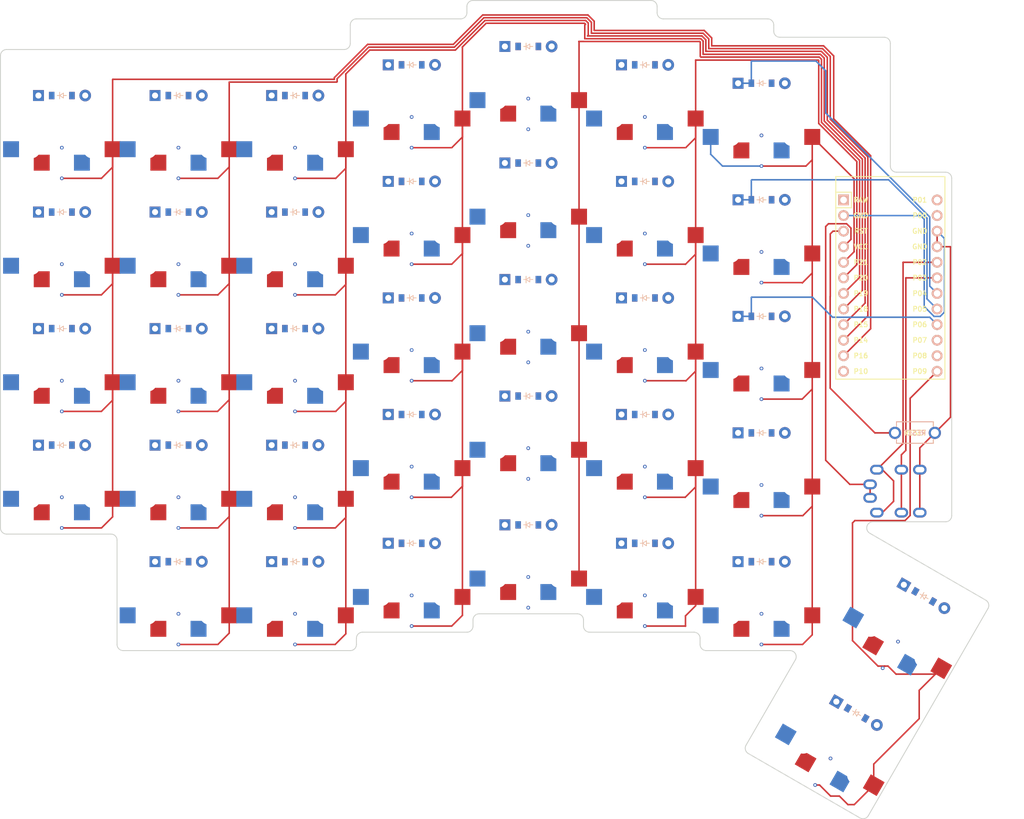
<source format=kicad_pcb>
(kicad_pcb (version 20211014) (generator pcbnew)
  (title_block (title "main") (rev "v1.0.0") (company "Unknown"))
  (layers (0 "F.Cu" signal) (31 "B.Cu" signal) (34 "B.Paste" user) (35 "F.Paste" user) (36 "B.SilkS" user "B.Silkscreen") (37 "F.SilkS" user "F.Silkscreen") (38 "B.Mask" user) (39 "F.Mask" user) (44 "Edge.Cuts" user))
  (net 0 "")
  (net 1 "macro_bottom")
  (net 2 "P7")
  (net 3 "P16")
  (net 4 "macro_home")
  (net 5 "P6")
  (net 6 "macro_top")
  (net 7 "P5")
  (net 8 "macro_numbers")
  (net 9 "P4")
  (net 10 "command_bottom")
  (net 11 "P14")
  (net 12 "command_home")
  (net 13 "command_top")
  (net 14 "command_numbers")
  (net 15 "pinky_bottom")
  (net 16 "P15")
  (net 17 "pinky_home")
  (net 18 "pinky_top")
  (net 19 "pinky_numbers")
  (net 20 "ring_bottom")
  (net 21 "P18")
  (net 22 "ring_home")
  (net 23 "ring_top")
  (net 24 "ring_numbers")
  (net 25 "middle_bottom")
  (net 26 "P19")
  (net 27 "middle_home")
  (net 28 "middle_top")
  (net 29 "middle_numbers")
  (net 30 "index_bottom")
  (net 31 "P20")
  (net 32 "index_home")
  (net 33 "index_top")
  (net 34 "index_numbers")
  (net 35 "inner_bottom")
  (net 36 "P21")
  (net 37 "inner_home")
  (net 38 "inner_top")
  (net 39 "inner_numbers")
  (net 40 "index_thumb")
  (net 41 "P8")
  (net 42 "inner_thumb")
  (net 43 "far_thumb")
  (net 44 "P9")
  (net 45 "near_thumb")
  (net 46 "P10")
  (net 47 "ctrl_thumb")
  (net 48 "meta_thumb")
  (net 49 "alt_thumb")
  (net 50 "fn_thumb")
  (net 51 "RAW")
  (net 52 "GND")
  (net 53 "RST")
  (net 54 "VCC")
  (net 55 "P1")
  (net 56 "P0")
  (net 57 "P2")
  (net 58 "P3")
  (footprint "VIA-0.6mm" (layer "F.Cu") (at 76 -4.5)
    (fp_text reference "REF**" hide)
    (fp_text value "VIA-0.6mm" hide)
  )
  (footprint "ComboDiode" (layer "F.Cu") (at 95 -10)
    (fp_text reference "D21" hide)
    (fp_text value "" hide)
  )
  (footprint "ComboDiode" (layer "F.Cu") (at 129.5 38.722432 -30)
    (fp_text reference "D32" hide)
    (fp_text value "" hide)
  )
  (footprint "VIA-0.6mm" (layer "F.Cu") (at 19 -10.5)
    (fp_text reference "REF**" hide)
    (fp_text value "VIA-0.6mm" hide)
  )
  (footprint "VIA-0.6mm" (layer "F.Cu") (at 19 -15.5)
    (fp_text reference "REF**" hide)
    (fp_text value "VIA-0.6mm" hide)
  )
  (footprint "VIA-0.6mm" (layer "F.Cu") (at 57 -34.5)
    (fp_text reference "REF**" hide)
    (fp_text value "VIA-0.6mm" hide)
  )
  (footprint "PG1350" (layer "F.Cu") (at 38 -19 180)
    (fp_text reference "S10" hide)
    (fp_text value "" hide)
  )
  (footprint "VIA-0.6mm" (layer "F.Cu") (at 76 -18.5)
    (fp_text reference "REF**" hide)
    (fp_text value "VIA-0.6mm" hide)
  )
  (footprint "VIA-0.6mm" (layer "F.Cu") (at 122.75 50.413775 -30)
    (fp_text reference "REF**" hide)
    (fp_text value "VIA-0.6mm" hide)
  )
  (footprint "VIA-0.6mm" (layer "F.Cu") (at 38 -29.5)
    (fp_text reference "REF**" hide)
    (fp_text value "VIA-0.6mm" hide)
  )
  (footprint "VIA-0.6mm" (layer "F.Cu") (at 57 -39.5)
    (fp_text reference "REF**" hide)
    (fp_text value "VIA-0.6mm" hide)
  )
  (footprint "PG1350" (layer "F.Cu") (at 57 -5 180)
    (fp_text reference "S13" hide)
    (fp_text value "" hide)
  )
  (footprint "ComboDiode" (layer "F.Cu") (at 19 -43)
    (fp_text reference "D7" hide)
    (fp_text value "" hide)
  )
  (footprint "ComboDiode" (layer "F.Cu") (at 57 -48)
    (fp_text reference "D15" hide)
    (fp_text value "" hide)
  )
  (footprint "VIA-0.6mm" (layer "F.Cu") (at 57 19.5)
    (fp_text reference "REF**" hide)
    (fp_text value "VIA-0.6mm" hide)
  )
  (footprint "ComboDiode" (layer "F.Cu") (at 19 -62)
    (fp_text reference "D8" hide)
    (fp_text value "" hide)
  )
  (footprint "ComboDiode" (layer "F.Cu") (at 38 -5)
    (fp_text reference "D9" hide)
    (fp_text value "" hide)
  )
  (footprint "PG1350" (layer "F.Cu") (at 138 24 150)
    (fp_text reference "S31" hide)
    (fp_text value "" hide)
  )
  (footprint "PG1350" (layer "F.Cu") (at 19 19 180)
    (fp_text reference "S33" hide)
    (fp_text value "" hide)
  )
  (footprint "PG1350" (layer "F.Cu") (at 76 -65 180)
    (fp_text reference "S20" hide)
    (fp_text value "" hide)
  )
  (footprint "VIA-0.6mm" (layer "F.Cu") (at 19 22.5)
    (fp_text reference "REF**" hide)
    (fp_text value "VIA-0.6mm" hide)
  )
  (footprint "ComboDiode" (layer "F.Cu") (at 76 8)
    (fp_text reference "D36" hide)
    (fp_text value "" hide)
  )
  (footprint "VIA-0.6mm" (layer "F.Cu") (at 0 -34.5)
    (fp_text reference "REF**" hide)
    (fp_text value "VIA-0.6mm" hide)
  )
  (footprint "PG1350" (layer "F.Cu") (at 38 -38 180)
    (fp_text reference "S11" hide)
    (fp_text value "" hide)
  )
  (footprint "PG1350" (layer "F.Cu") (at 38 19 180)
    (fp_text reference "S34" hide)
    (fp_text value "" hide)
  )
  (footprint "VIA-0.6mm" (layer "F.Cu") (at 114 27.5)
    (fp_text reference "REF**" hide)
    (fp_text value "VIA-0.6mm" hide)
  )
  (footprint "ComboDiode" (layer "F.Cu") (at 95 -67)
    (fp_text reference "D24" hide)
    (fp_text value "" hide)
  )
  (footprint "VIA-0.6mm" (layer "F.Cu") (at 38 -48.5)
    (fp_text reference "REF**" hide)
    (fp_text value "VIA-0.6mm" hide)
  )
  (footprint "VIA-0.6mm" (layer "F.Cu") (at 19 -34.5)
    (fp_text reference "REF**" hide)
    (fp_text value "VIA-0.6mm" hide)
  )
  (footprint "VIA-0.6mm" (layer "F.Cu") (at 19 3.5)
    (fp_text reference "REF**" hide)
    (fp_text value "VIA-0.6mm" hide)
  )
  (footprint "PG1350" (layer "F.Cu") (at 0 -19 180)
    (fp_text reference "S2" hide)
    (fp_text value "" hide)
  )
  (footprint "VIA-0.6mm" (layer "F.Cu") (at 114 -55.5)
    (fp_text reference "REF**" hide)
    (fp_text value "VIA-0.6mm" hide)
  )
  (footprint "VIA-0.6mm" (layer "F.Cu") (at 95 3.5)
    (fp_text reference "REF**" hide)
    (fp_text value "VIA-0.6mm" hide)
  )
  (footprint "PG1350" (layer "F.Cu") (at 95 -62 180)
    (fp_text reference "S24" hide)
    (fp_text value "" hide)
  )
  (footprint "VIA-0.6mm" (layer "F.Cu") (at 0 -10.5)
    (fp_text reference "REF**" hide)
    (fp_text value "VIA-0.6mm" hide)
  )
  (footprint "PG1350" (layer "F.Cu") (at 114 -21 180)
    (fp_text reference "S26" hide)
    (fp_text value "" hide)
  )
  (footprint "VIA-0.6mm" (layer "F.Cu") (at 19 -48.5)
    (fp_text reference "REF**" hide)
    (fp_text value "VIA-0.6mm" hide)
  )
  (footprint "PG1350" (layer "F.Cu") (at 0 -38 180)
    (fp_text reference "S3" hide)
    (fp_text value "" hide)
  )
  (footprint "VIA-0.6mm" (layer "F.Cu") (at 0 8.5)
    (fp_text reference "REF**" hide)
    (fp_text value "VIA-0.6mm" hide)
  )
  (footprint "PG1350" (layer "F.Cu") (at 19 -57 180)
    (fp_text reference "S8" hide)
    (fp_text value "" hide)
  )
  (footprint "ComboDiode" (layer "F.Cu") (at 38 -43)
    (fp_text reference "D11" hide)
    (fp_text value "" hide)
  )
  (footprint "VIA-0.6mm" (layer "F.Cu") (at 76 -42.5)
    (fp_text reference "REF**" hide)
    (fp_text value "VIA-0.6mm" hide)
  )
  (footprint "PG1350" (layer "F.Cu") (at 19 0 180)
    (fp_text reference "S5" hide)
    (fp_text value "" hide)
  )
  (footprint "VIA-0.6mm" (layer "F.Cu") (at 57 -1.5)
    (fp_text reference "REF**" hide)
    (fp_text value "VIA-0.6mm" hide)
  )
  (footprint "VIA-0.6mm" (layer "F.Cu") (at 114 -12.5)
    (fp_text reference "REF**" hide)
    (fp_text value "VIA-0.6mm" hide)
  )
  (footprint "VIA-0.6mm" (layer "F.Cu") (at 38 -10.5)
    (fp_text reference "REF**" hide)
    (fp_text value "VIA-0.6mm" hide)
  )
  (footprint "PG1350" (layer "F.Cu") (at 38 0 180)
    (fp_text reference "S9" hide)
    (fp_text value "" hide)
  )
  (footprint "PG1350" (layer "F.Cu") (at 76 -8 180)
    (fp_text reference "S17" hide)
    (fp_text value "" hide)
  )
  (footprint "ComboDiode" (layer "F.Cu") (at 57 -10)
    (fp_text reference "D13" hide)
    (fp_text value "" hide)
  )
  (footprint "PG1350" (layer "F.Cu") (at 114 -2 180)
    (fp_text reference "S25" hide)
    (fp_text value "" hide)
  )
  (footprint "VIA-0.6mm" (layer "F.Cu") (at 114 -36.5)
    (fp_text reference "REF**" hide)
    (fp_text value "VIA-0.6mm" hide)
  )
  (footprint "VIA-0.6mm" (layer "F.Cu") (at 57 -20.5)
    (fp_text reference "REF**" hide)
    (fp_text value "VIA-0.6mm" hide)
  )
  (footprint "VIA-0.6mm" (layer "F.Cu") (at 125.25 46.083648 -30)
    (fp_text reference "REF**" hide)
    (fp_text value "VIA-0.6mm" hide)
  )
  (footprint "PG1350" (layer "F.Cu") (at 114 -40 180)
    (fp_text reference "S27" hide)
    (fp_text value "" hide)
  )
  (footprint "ComboDiode" (layer "F.Cu") (at 114 14)
    (fp_text reference "D30" hide)
    (fp_text value "" hide)
  )
  (footprint "PG1350" (layer "F.Cu") (at 76 -46 180)
    (fp_text reference "S19" hide)
    (fp_text value "" hide)
  )
  (footprint "ComboDiode" (layer "F.Cu") (at 57 11)
    (fp_text reference "D35" hide)
    (fp_text value "" hide)
  )
  (footprint "ProMicro" (layer "F.Cu") (at 135 -31 -90)
    (fp_text reference "MCU1" hide)
    (fp_text value "" hide)
  )
  (footprint "PG1350" (layer "F.Cu") (at 76 13 180)
    (fp_text reference "S36" hide)
    (fp_text value "" hide)
  )
  (footprint "ComboDiode" (layer "F.Cu") (at 76 -13)
    (fp_text reference "D17" hide)
    (fp_text value "" hide)
  )
  (footprint "VIA-0.6mm" (layer "F.Cu") (at 95 -53.5)
    (fp_text reference "REF**" hide)
    (fp_text value "VIA-0.6mm" hide)
  )
  (footprint "VIA-0.6mm" (layer "F.Cu") (at 38 3.5)
    (fp_text reference "REF**" hide)
    (fp_text value "VIA-0.6mm" hide)
  )
  (footprint "VIA-0.6mm" (layer "F.Cu") (at 19 27.5)
    (fp_text reference "REF**" hide)
    (fp_text value "VIA-0.6mm" hide)
  )
  (footprint "ComboDiode" (layer "F.Cu") (at 0 -24)
    (fp_text reference "D2" hide)
    (fp_text value "" hide)
  )
  (footprint "VIA-0.6mm" (layer "F.Cu") (at 57 24.5)
    (fp_text reference "REF**" hide)
    (fp_text value "VIA-0.6mm" hide)
  )
  (footprint "VIA-0.6mm" (layer "F.Cu") (at 76 -56.5)
    (fp_text reference "REF**" hide)
    (fp_text value "VIA-0.6mm" hide)
  )
  (footprint "VIA-0.6mm" (layer "F.Cu") (at 114 -17.5)
    (fp_text reference "REF**" hide)
    (fp_text value "VIA-0.6mm" hide)
  )
  (footprint "VIA-0.6mm" (layer "F.Cu") (at 0 3.5)
    (fp_text reference "REF**" hide)
    (fp_text value "VIA-0.6mm" hide)
  )
  (footprint "PG1350" (layer "F.Cu") (at 19 -19 180)
    (fp_text reference "S6" hide)
    (fp_text value "" hide)
  )
  (footprint "ComboDiode" (layer "F.Cu") (at 0 -43)
    (fp_text reference "D3" hide)
    (fp_text value "" hide)
  )
  (footprint "PG1350" (layer "F.Cu") (at 95 -24 180)
    (fp_text reference "S22" hide)
    (fp_text value "" hide)
  )
  (footprint "VIA-0.6mm" (layer "F.Cu") (at 57 -53.5)
    (fp_text reference "REF**" hide)
    (fp_text value "VIA-0.6mm" hide)
  )
  (footprint "PG1350" (layer "F.Cu") (at 57 -62 180)
    (fp_text reference "S16" hide)
    (fp_text value "" hide)
  )
  (footprint "PG1350" (layer "F.Cu") (at 95 16 180)
    (fp_text reference "S29" hide)
    (fp_text value "" hide)
  )
  (footprint "ComboDiode" (layer "F.Cu") (at 0 -62)
    (fp_text reference "D4" hide)
    (fp_text value "" hide)
  )
  (footprint "TACT_SWITCH_TVBP06" (layer "F.Cu") (at 139 -7)
    (fp_text reference "B1" hide)
    (fp_text value "SW_RST" hide)
  )
  (footprint "PG1350" (layer "F.Cu") (at 57 16 180)
    (fp_text reference "S35" hide)
    (fp_text value "" hide)
  )
  (footprint "VIA-0.6mm" (layer "F.Cu") (at 0 -48.5)
    (fp_text reference "REF**" hide)
    (fp_text value "VIA-0.6mm" hide)
  )
  (footprint "VIA-0.6mm" (layer "F.Cu") (at 95 -1.5)
    (fp_text reference "REF**" hide)
    (fp_text value "VIA-0.6mm" hide)
  )
  (footprint "VIA-0.6mm" (layer "F.Cu") (at 76 21.5)
    (fp_text reference "REF**" hide)
    (fp_text value "VIA-0.6mm" hide)
  )
  (footprint "VIA-0.6mm" (layer "F.Cu") (at 95 -15.5)
    (fp_text reference "REF**" hide)
    (fp_text value "VIA-0.6mm" hide)
  )
  (footprint "VIA-0.6mm" (layer "F.Cu") (at 0 -15.5)
    (fp_text reference "REF**" hide)
    (fp_text value "VIA-0.6mm" hide)
  )
  (footprint "PG1350" (layer "F.Cu") (at 57 -24 180)
    (fp_text reference "S14" hide)
    (fp_text value "" hide)
  )
  (footprint "VIA-0.6mm" (layer "F.Cu") (at 95 19.5)
    (fp_text reference "REF**" hide)
    (fp_text value "VIA-0.6mm" hide)
  )
  (footprint "VIA-0.6mm" (layer "F.Cu") (at 38 -53.5)
    (fp_text reference "REF**" hide)
    (fp_text value "VIA-0.6mm" hide)
  )
  (footprint "VIA-0.6mm" (layer "F.Cu") (at 0 -53.5)
    (fp_text reference "REF**" hide)
    (fp_text value "VIA-0.6mm" hide)
  )
  (footprint "VIA-0.6mm" (layer "F.Cu") (at 76 -23.5)
    (fp_text reference "REF**" hide)
    (fp_text value "VIA-0.6mm" hide)
  )
  (footprint "ComboDiode" (layer "F.Cu") (at 38 14)
    (fp_text reference "D34" hide)
    (fp_text value "" hide)
  )
  (footprint "VIA-0.6mm" (layer "F.Cu") (at 133.75 31.361216 -30)
    (fp_text reference "REF**" hide)
    (fp_text value "VIA-0.6mm" hide)
  )
  (footprint "ComboDiode" (layer "F.Cu") (at 114 -26)
    (fp_text reference "D26" hide)
    (fp_text value "" hide)
  )
  (footprint "VIA-0.6mm" (layer "F.Cu") (at 114 -50.5)
    (fp_text reference "REF**" hide)
    (fp_text value "VIA-0.6mm" hide)
  )
  (footprint "ComboDiode" (layer "F.Cu") (at 57 -29)
    (fp_text reference "D14" hide)
    (fp_text value "" hide)
  )
  (footprint "PG1350" (layer "F.Cu") (at 0 0 180)
    (fp_text reference "S1" hide)
    (fp_text value "" hide)
  )
  (footprint "PG1350" (layer "F.Cu") (at 76 -27 180)
    (fp_text reference "S18" hide)
    (fp_text value "" hide)
  )
  (footprint "VIA-0.6mm" (layer "F.Cu") (at 114 22.5)
    (fp_text reference "REF**" hide)
    (fp_text value "VIA-0.6mm" hide)
  )
  (footprint "VIA-0.6mm" (layer "F.Cu") (at 136.25 27.031089 -30)
    (fp_text reference "REF**" hide)
    (fp_text value "VIA-0.6mm" hide)
  )
  (footprint "VIA-0.6mm" (layer "F.Cu") (at 38 27.5)
    (fp_text reference "REF**" hide)
    (fp_text value "VIA-0.6mm" hide)
  )
  (footprint "TRRS-PJ-320A-dual" (layer "F.Cu") (at 143 6 -90)
    (fp_text reference "REF**")
    (fp_text value "TRRS-PJ-320A-dual")
  )
  (footprint "VIA-0.6mm" (layer "F.Cu") (at 76 -61.5)
    (fp_text reference "REF**" hide)
    (fp_text value "VIA-0.6mm" hide)
  )
  (footprint "VIA-0.6mm" (layer "F.Cu") (at 76 0.5)
    (fp_text reference "REF**" hide)
    (fp_text value "VIA-0.6mm" hide)
  )
  (footprint "PG1350" (layer "F.Cu") (at 57 -43 180)
    (fp_text reference "S15" hide)
    (fp_text value "" hide)
  )
  (footprint "VIA-0.6mm" (layer "F.Cu") (at 95 -39.5)
    (fp_text reference "REF**" hide)
    (fp_text value "VIA-0.6mm" hide)
  )
  (footprint "VIA-0.6mm" (layer "F.Cu") (at 114 6.5)
    (fp_text reference "REF**" hide)
    (fp_text value "VIA-0.6mm" hide)
  )
  (footprint "ComboDiode" (layer "F.Cu") (at 38 -24)
    (fp_text reference "D10" hide)
    (fp_text value "" hide)
  )
  (footprint "VIA-0.6mm" (layer "F.Cu") (at 114 1.5)
    (fp_text reference "REF**" hide)
    (fp_text value "VIA-0.6mm" hide)
  )
  (footprint "ComboDiode" (layer "F.Cu") (at 76 -51)
    (fp_text reference "D19" hide)
    (fp_text value "" hide)
  )
  (footprint "VIA-0.6mm" (layer "F.Cu") (at 95 24.5)
    (fp_text reference "REF**" hide)
    (fp_text value "VIA-0.6mm" hide)
  )
  (footprint "VIA-0.6mm" (layer "F.Cu") (at 38 -34.5)
    (fp_text reference "REF**" hide)
    (fp_text value "VIA-0.6mm" hide)
  )
  (footprint "ComboDiode" (layer "F.Cu") (at 57 -67)
    (fp_text reference "D16" hide)
    (fp_text value "" hide)
  )
  (footprint "VIA-0.6mm" (layer "F.Cu") (at 38 22.5)
    (fp_text reference "REF**" hide)
    (fp_text value "VIA-0.6mm" hide)
  )
  (footprint "ComboDiode" (layer "F.Cu") (at 19 -24)
    (fp_text reference "D6" hide)
    (fp_text value "" hide)
  )
  (footprint "VIA-0.6mm" (layer "F.Cu") (at 95 -58.5)
    (fp_text reference "REF**" hide)
    (fp_text value "VIA-0.6mm" hide)
  )
  (footprint "PG1350" (layer "F.Cu") (at 127 43.052559 150)
    (fp_text reference "S32" hide)
    (fp_text value "" hide)
  )
  (footprint "PG1350" (layer "F.Cu") (at 114 -59 180)
    (fp_text reference "S28" hide)
    (fp_text value "" hide)
  )
  (footprint "ComboDiode" (layer "F.Cu") (at 114 -64)
    (fp_text reference "D28" hide)
    (fp_text value "" hide)
  )
  (footprint "ComboDiode" (layer "F.Cu") (at 140.5 19.669873 -30)
    (fp_text reference "D31" hide)
    (fp_text value "" hide)
  )
  (footprint "VIA-0.6mm" (layer "F.Cu") (at 57 -15.5)
    (fp_text reference "REF**" hide)
    (fp_text value "VIA-0.6mm" hide)
  )
  (footprint "VIA-0.6mm" (layer "F.Cu") (at 0 -29.5)
    (fp_text reference "REF**" hide)
    (fp_text value "VIA-0.6mm" hide)
  )
  (footprint "ComboDiode" (layer "F.Cu") (at 95 -29)
    (fp_text reference "D22" hide)
    (fp_text value "" hide)
  )
  (footprint "ComboDiode" (layer "F.Cu") (at 114 -45)
    (fp_text reference "D27" hide)
    (fp_text value "" hide)
  )
  (footprint "VIA-0.6mm" (layer "F.Cu") (at 95 -34.5)
    (fp_text reference "REF**" hide)
    (fp_text value "VIA-0.6mm" hide)
  )
  (footprint "VIA-0.6mm" (layer "F.Cu") (at 38 -15.5)
    (fp_text reference "REF**" hide)
    (fp_text value "VIA-0.6mm" hide)
  )
  (footprint "ComboDiode" (layer "F.Cu") (at 76 -32)
    (fp_text reference "D18" hide)
    (fp_text value "" hide)
  )
  (footprint "ComboDiode" (layer "F.Cu") (at 95 -48)
    (fp_text reference "D23" hide)
    (fp_text value "" hide)
  )
  (footprint "ComboDiode" (layer "F.Cu") (at 95 11)
    (fp_text reference "D29" hide)
    (fp_text value "" hide)
  )
  (footprint "VIA-0.6mm" (layer "F.Cu") (at 57 -58.5)
    (fp_text reference "REF**" hide)
    (fp_text value "VIA-0.6mm" hide)
  )
  (footprint "ComboDiode" (layer "F.Cu") (at 76 -70)
    (fp_text reference "D20" hide)
    (fp_text value "" hide)
  )
  (footprint "ComboDiode" (layer "F.Cu") (at 19 14)
    (fp_text reference "D33" hide)
    (fp_text value "" hide)
  )
  (footprint "VIA-0.6mm" (layer "F.Cu") (at 114 -31.5)
    (fp_text reference "REF**" hide)
    (fp_text value "VIA-0.6mm" hide)
  )
  (footprint "PG1350" (layer "F.Cu") (at 95 -43 180)
    (fp_text reference "S23" hide)
    (fp_text value "" hide)
  )
  (footprint "ComboDiode" (layer "F.Cu") (at 0 -5)
    (fp_text reference "D1" hide)
    (fp_text value "" hide)
  )
  (footprint "VIA-0.6mm" (layer "F.Cu") (at 38 8.5)
    (fp_text reference "REF**" hide)
    (fp_text value "VIA-0.6mm" hide)
  )
  (footprint "ComboDiode" (layer "F.Cu") (at 19 -5)
    (fp_text reference "D5" hide)
    (fp_text value "" hide)
  )
  (footprint "VIA-0.6mm" (layer "F.Cu") (at 19 -29.5)
    (fp_text reference "REF**" hide)
    (fp_text value "VIA-0.6mm" hide)
  )
  (footprint "VIA-0.6mm" (layer "F.Cu") (at 76 16.5)
    (fp_text reference "REF**" hide)
    (fp_text value "VIA-0.6mm" hide)
  )
  (footprint "PG1350" (layer "F.Cu") (at 114 19 180)
    (fp_text reference "S30" hide)
    (fp_text value "" hide)
  )
  (footprint "ComboDiode" (layer "F.Cu") (at 38 -62)
    (fp_text reference "D12" hide)
    (fp_text value "" hide)
  )
  (footprint "PG1350" (layer "F.Cu") (at 38 -57 180)
    (fp_text reference "S12" hide)
    (fp_text value "" hide)
  )
  (footprint "VIA-0.6mm" (layer "F.Cu") (at 57 3.5)
    (fp_text reference "REF**" hide)
    (fp_text value "VIA-0.6mm" hide)
  )
  (footprint "PG1350" (layer "F.Cu") (at 95 -5 180)
    (fp_text reference "S21" hide)
    (fp_text value "" hide)
  )
  (footprint "PG1350" (layer "F.Cu") (at 19 -38 180)
    (fp_text reference "S7" hide)
    (fp_text value "" hide)
  )
  (footprint "VIA-0.6mm" (layer "F.Cu") (at 76 -37.5)
    (fp_text reference "REF**" hide)
    (fp_text value "VIA-0.6mm" hide)
  )
  (footprint "ComboDiode" (layer "F.Cu") (at 114 -7)
    (fp_text reference "D25" hide)
    (fp_text value "" hide)
  )
  (footprint "VIA-0.6mm" (layer "F.Cu") (at 19 -53.5)
    (fp_text reference "REF**" hide)
    (fp_text value "VIA-0.6mm" hide)
  )
  (footprint "VIA-0.6mm" (layer "F.Cu") (at 19 8.5)
    (fp_text reference "REF**" hide)
    (fp_text value "VIA-0.6mm" hide)
  )
  (footprint "VIA-0.6mm" (layer "F.Cu") (at 95 -20.5)
    (fp_text reference "REF**" hide)
    (fp_text value "VIA-0.6mm" hide)
  )
  (footprint "PG1350" (layer "F.Cu") (at 0 -57 180)
    (fp_text reference "S4" hide)
    (fp_text value "" hide)
  )
  (gr_line (start 97 -76.5) (end 97 -75.5) (layer "Edge.Cuts") (width 0.15))
  (gr_arc (start 86 25.5) (mid 85.292893 25.207107) (end 85 24.5) (layer "Edge.Cuts") (width 0.15))
  (gr_arc (start 134 -71.5) (mid 134.707107 -71.207107) (end 135 -70.5) (layer "Edge.Cuts") (width 0.15))
  (gr_arc (start 96 -77.5) (mid 96.707107 -77.207107) (end 97 -76.5) (layer "Edge.Cuts") (width 0.15))
  (gr_line (start 86 25.5) (end 103 25.5) (layer "Edge.Cuts") (width 0.15))
  (gr_arc (start 67 23.5) (mid 67.292893 22.792893) (end 68 22.5) (layer "Edge.Cuts") (width 0.15))
  (gr_line (start 141.910254 37.227241) (end 150.910254 21.638784) (layer "Edge.Cuts") (width 0.15))
  (gr_line (start 67 23.5) (end 67 24.5) (layer "Edge.Cuts") (width 0.15))
  (gr_arc (start 47 -73.5) (mid 47.292893 -74.207107) (end 48 -74.5) (layer "Edge.Cuts") (width 0.15))
  (gr_line (start 145 6.5) (end 145 -48.5) (layer "Edge.Cuts") (width 0.15))
  (gr_line (start 66 -75.5) (end 66 -76.5) (layer "Edge.Cuts") (width 0.15))
  (gr_line (start -10 8.5) (end -10 -68.5) (layer "Edge.Cuts") (width 0.15))
  (gr_line (start 131.410254 55.413775) (end 141.910254 37.227241) (layer "Edge.Cuts") (width 0.15))
  (gr_arc (start 131.410254 55.413775) (mid 130.803048 55.879701) (end 130.044229 55.7798) (layer "Edge.Cuts") (width 0.15))
  (gr_line (start -9 -69.5) (end 46 -69.5) (layer "Edge.Cuts") (width 0.15))
  (gr_arc (start 145 6.5) (mid 144.707107 7.207107) (end 144 7.5) (layer "Edge.Cuts") (width 0.15))
  (gr_line (start 111.857695 45.2798) (end 130.044229 55.7798) (layer "Edge.Cuts") (width 0.15))
  (gr_line (start 98 -74.5) (end 115 -74.5) (layer "Edge.Cuts") (width 0.15))
  (gr_line (start 131.653212 9.366025) (end 150.544229 20.272759) (layer "Edge.Cuts") (width 0.15))
  (gr_line (start 85 24.5) (end 85 23.5) (layer "Edge.Cuts") (width 0.15))
  (gr_line (start 111.49167 43.913775) (end 119.524791 30) (layer "Edge.Cuts") (width 0.15))
  (gr_arc (start 105 28.5) (mid 104.292893 28.207107) (end 104 27.5) (layer "Edge.Cuts") (width 0.15))
  (gr_arc (start 84 22.5) (mid 84.707107 22.792893) (end 85 23.5) (layer "Edge.Cuts") (width 0.15))
  (gr_arc (start 98 -74.5) (mid 97.292893 -74.792893) (end 97 -75.5) (layer "Edge.Cuts") (width 0.15))
  (gr_line (start 67 -77.5) (end 96 -77.5) (layer "Edge.Cuts") (width 0.15))
  (gr_arc (start 66 -75.5) (mid 65.707107 -74.792893) (end 65 -74.5) (layer "Edge.Cuts") (width 0.15))
  (gr_arc (start 117 -71.5) (mid 116.292893 -71.792893) (end 116 -72.5) (layer "Edge.Cuts") (width 0.15))
  (gr_arc (start 111.857695 45.2798) (mid 111.391769 44.672594) (end 111.49167 43.913775) (layer "Edge.Cuts") (width 0.15))
  (gr_arc (start 144 -49.5) (mid 144.707107 -49.207107) (end 145 -48.5) (layer "Edge.Cuts") (width 0.15))
  (gr_line (start 10 28.5) (end 47 28.5) (layer "Edge.Cuts") (width 0.15))
  (gr_line (start 135 -50.5) (end 135 -70.5) (layer "Edge.Cuts") (width 0.15))
  (gr_arc (start 131.653212 9.366025) (mid 131.187287 8.241181) (end 132.153212 7.5) (layer "Edge.Cuts") (width 0.15))
  (gr_arc (start 136 -49.5) (mid 135.292893 -49.792893) (end 135 -50.5) (layer "Edge.Cuts") (width 0.15))
  (gr_line (start 47 -70.5) (end 47 -73.5) (layer "Edge.Cuts") (width 0.15))
  (gr_line (start 49 25.5) (end 66 25.5) (layer "Edge.Cuts") (width 0.15))
  (gr_line (start 48 26.5) (end 48 27.5) (layer "Edge.Cuts") (width 0.15))
  (gr_arc (start 48 27.5) (mid 47.707107 28.207107) (end 47 28.5) (layer "Edge.Cuts") (width 0.15))
  (gr_arc (start 47 -70.5) (mid 46.707107 -69.792893) (end 46 -69.5) (layer "Edge.Cuts") (width 0.15))
  (gr_line (start -9 9.5) (end 8 9.5) (layer "Edge.Cuts") (width 0.15))
  (gr_line (start 144 7.5) (end 132.153212 7.5) (layer "Edge.Cuts") (width 0.15))
  (gr_arc (start 150.544229 20.272759) (mid 151.010155 20.879965) (end 150.910254 21.638784) (layer "Edge.Cuts") (width 0.15))
  (gr_line (start 116 -73.5) (end 116 -72.5) (layer "Edge.Cuts") (width 0.15))
  (gr_line (start 48 -74.5) (end 65 -74.5) (layer "Edge.Cuts") (width 0.15))
  (gr_arc (start 67 24.5) (mid 66.707107 25.207107) (end 66 25.5) (layer "Edge.Cuts") (width 0.15))
  (gr_arc (start 8 9.5) (mid 8.707107 9.792893) (end 9 10.5) (layer "Edge.Cuts") (width 0.15))
  (gr_arc (start -10 -68.5) (mid -9.707107 -69.207107) (end -9 -69.5) (layer "Edge.Cuts") (width 0.15))
  (gr_arc (start 10 28.5) (mid 9.292893 28.207107) (end 9 27.5) (layer "Edge.Cuts") (width 0.15))
  (gr_arc (start 66 -76.5) (mid 66.292893 -77.207107) (end 67 -77.5) (layer "Edge.Cuts") (width 0.15))
  (gr_line (start 68 22.5) (end 84 22.5) (layer "Edge.Cuts") (width 0.15))
  (gr_line (start 136 -49.5) (end 144 -49.5) (layer "Edge.Cuts") (width 0.15))
  (gr_arc (start 118.658766 28.5) (mid 119.524791 29) (end 119.524791 30) (layer "Edge.Cuts") (width 0.15))
  (gr_line (start 9 27.5) (end 9 10.5) (layer "Edge.Cuts") (width 0.15))
  (gr_arc (start -9 9.5) (mid -9.707107 9.207107) (end -10 8.5) (layer "Edge.Cuts") (width 0.15))
  (gr_line (start 104 27.5) (end 104 26.5) (layer "Edge.Cuts") (width 0.15))
  (gr_line (start 117 -71.5) (end 134 -71.5) (layer "Edge.Cuts") (width 0.15))
  (gr_arc (start 48 26.5) (mid 48.292893 25.792893) (end 49 25.5) (layer "Edge.Cuts") (width 0.15))
  (gr_arc (start 103 25.5) (mid 103.707107 25.792893) (end 104 26.5) (layer "Edge.Cuts") (width 0.15))
  (gr_line (start 105 28.5) (end 118.658766 28.5) (layer "Edge.Cuts") (width 0.15))
  (gr_arc (start 115 -74.5) (mid 115.707107 -74.207107) (end 116 -73.5) (layer "Edge.Cuts") (width 0.15))
  (segment (start 131.7876 -52.188102) (end 125.766695 -58.209009) (width 0.25) (layer "F.Cu") (net 3))
  (segment (start 8.275 3.75) (end 8.275 6.689269) (width 0.25) (layer "F.Cu") (net 3))
  (segment (start 127.38 -19.57) (end 131.7876 -23.9776) (width 0.25) (layer "F.Cu") (net 3))
  (segment (start 8.275 -15.25) (end 8.275 -12.328493) (width 0.25) (layer "F.Cu") (net 3))
  (segment (start 8.275 -53.25) (end 8.275 -34.25) (width 0.25) (layer "F.Cu") (net 3))
  (segment (start 85.724649 -75.133302) (end 68.58143 -75.133302) (width 0.25) (layer "F.Cu") (net 3))
  (segment (start 125.766695 -68.458954) (end 124.123184 -70.102465) (width 0.25) (layer "F.Cu") (net 3))
  (segment (start 6.464269 8.5) (end 0 8.5) (width 0.25) (layer "F.Cu") (net 3))
  (segment (start 8.275 -31.32816) (end 6.44684 -29.5) (width 0.25) (layer "F.Cu") (net 3))
  (segment (start 86.74112 -72.611822) (end 86.74112 -74.116831) (width 0.25) (layer "F.Cu") (net 3))
  (segment (start 8.275 -50.323635) (end 6.445916 -48.494551) (width 0.25) (layer "F.Cu") (net 3))
  (segment (start 105.889051 -71.392841) (end 104.67007 -72.611822) (width 0.25) (layer "F.Cu") (net 3))
  (segment (start 8.275 -34.25) (end 8.275 -15.25) (width 0.25) (layer "F.Cu") (net 3))
  (segment (start 68.58143 -75.133302) (end 63.787593 -70.339466) (width 0.25) (layer "F.Cu") (net 3))
  (segment (start 8.275 -12.328493) (end 6.446507 -10.5) (width 0.25) (layer "F.Cu") (net 3))
  (segment (start 44.393713 -64.644389) (end 8.311402 -64.644389) (width 0.25) (layer "F.Cu") (net 3))
  (segment (start 6.440467 -48.5) (end 0 -48.5) (width 0.25) (layer "F.Cu") (net 3))
  (segment (start 44.40563 -64.656306) (end 44.393713 -64.644389) (width 0.25) (layer "F.Cu") (net 3))
  (segment (start 6.44684 -29.5) (end 0 -29.5) (width 0.25) (layer "F.Cu") (net 3))
  (segment (start 6.445916 -48.494551) (end 6.440467 -48.5) (width 0.25) (layer "F.Cu") (net 3))
  (segment (start 44.40563 -64.922451) (end 44.40563 -64.656306) (width 0.25) (layer "F.Cu") (net 3))
  (segment (start 105.889051 -70.102465) (end 105.889051 -71.392841) (width 0.25) (layer "F.Cu") (net 3))
  (segment (start 124.123184 -70.102465) (end 105.889051 -70.102465) (width 0.25) (layer "F.Cu") (net 3))
  (segment (start 131.7876 -23.9776) (end 131.7876 -52.188102) (width 0.25) (layer "F.Cu") (net 3))
  (segment (start 8.275 -34.25) (end 8.275 -31.32816) (width 0.25) (layer "F.Cu") (net 3))
  (segment (start 8.275 6.689269) (end 6.464269 8.5) (width 0.25) (layer "F.Cu") (net 3))
  (segment (start 86.74112 -74.116831) (end 85.724649 -75.133302) (width 0.25) (layer "F.Cu") (net 3))
  (segment (start 6.446507 -10.5) (end 0 -10.5) (width 0.25) (layer "F.Cu") (net 3))
  (segment (start 8.311402 -64.644389) (end 8.275 -64.607987) (width 0.25) (layer "F.Cu") (net 3))
  (segment (start 63.787593 -70.339466) (end 49.822645 -70.339466) (width 0.25) (layer "F.Cu") (net 3))
  (segment (start 8.275 -15.25) (end 8.275 3.75) (width 0.25) (layer "F.Cu") (net 3))
  (segment (start 8.275 -64.607987) (end 8.275 -53.25) (width 0.25) (layer "F.Cu") (net 3))
  (segment (start 125.766695 -58.209009) (end 125.766695 -68.458954) (width 0.25) (layer "F.Cu") (net 3))
  (segment (start 8.275 -53.25) (end 8.275 -50.323635) (width 0.25) (layer "F.Cu") (net 3))
  (segment (start 104.67007 -72.611822) (end 86.74112 -72.611822) (width 0.25) (layer "F.Cu") (net 3))
  (segment (start 49.822645 -70.339466) (end 44.40563 -64.922451) (width 0.25) (layer "F.Cu") (net 3))
  (segment (start 112.401594 -29.119934) (end 112.35 -29.06834) (width 0.25) (layer "B.Cu") (net 5))
  (segment (start 125.578021 -25.850811) (end 122.308898 -29.119934) (width 0.25) (layer "B.Cu") (net 5))
  (segment (start 112.35 -26) (end 110.19 -26) (width 0.25) (layer "B.Cu") (net 5))
  (segment (start 112.35 -29.06834) (end 112.35 -26) (width 0.25) (layer "B.Cu") (net 5))
  (segment (start 142.62 -24.65) (end 141.419189 -25.850811) (width 0.25) (layer "B.Cu") (net 5))
  (segment (start 122.308898 -29.119934) (end 112.401594 -29.119934) (width 0.25) (layer "B.Cu") (net 5))
  (segment (start 141.419189 -25.850811) (end 125.578021 -25.850811) (width 0.25) (layer "B.Cu") (net 5))
  (segment (start 112.35 -48.171045) (end 112.35 -45) (width 0.25) (layer "B.Cu") (net 7))
  (segment (start 112.35 -45) (end 110.19 -45) (width 0.25) (layer "B.Cu") (net 7))
  (segment (start 142.62 -27.19) (end 140.969669 -28.840331) (width 0.25) (layer "B.Cu") (net 7))
  (segment (start 140.969669 -42.01058) (end 134.720249 -48.26) (width 0.25) (layer "B.Cu") (net 7))
  (segment (start 134.720249 -48.26) (end 112.438955 -48.26) (width 0.25) (layer "B.Cu") (net 7))
  (segment (start 140.969669 -28.840331) (end 140.969669 -42.01058) (width 0.25) (layer "B.Cu") (net 7))
  (segment (start 112.438955 -48.26) (end 112.35 -48.171045) (width 0.25) (layer "B.Cu") (net 7))
  (segment (start 112.35 -67.570376) (end 112.35 -64) (width 0.25) (layer "B.Cu") (net 9))
  (segment (start 112.401594 -67.62197) (end 112.35 -67.570376) (width 0.25) (layer "B.Cu") (net 9))
  (segment (start 141.419189 -42.196778) (end 124.46 -59.155967) (width 0.25) (layer "B.Cu") (net 9))
  (segment (start 112.35 -64) (end 110.19 -64) (width 0.25) (layer "B.Cu") (net 9))
  (segment (start 124.46 -66.04) (end 122.87803 -67.62197) (width 0.25) (layer "B.Cu") (net 9))
  (segment (start 141.419189 -30.930811) (end 141.419189 -42.196778) (width 0.25) (layer "B.Cu") (net 9))
  (segment (start 142.62 -29.73) (end 141.419189 -30.930811) (width 0.25) (layer "B.Cu") (net 9))
  (segment (start 122.87803 -67.62197) (end 112.401594 -67.62197) (width 0.25) (layer "B.Cu") (net 9))
  (segment (start 124.46 -59.155967) (end 124.46 -66.04) (width 0.25) (layer "B.Cu") (net 9))
  (segment (start 44.85515 -64.261156) (end 44.783626 -64.189632) (width 0.25) (layer "F.Cu") (net 11))
  (segment (start 44.783626 -64.189632) (end 27.283998 -64.189632) (width 0.25) (layer "F.Cu") (net 11))
  (segment (start 86.2916 -73.930634) (end 85.538452 -74.683782) (width 0.25) (layer "F.Cu") (net 11))
  (segment (start 25.425013 27.5) (end 19 27.5) (width 0.25) (layer "F.Cu") (net 11))
  (segment (start 27.275 22.75) (end 27.275 25.650013) (width 0.25) (layer "F.Cu") (net 11))
  (segment (start 86.2916 -72.162302) (end 86.2916 -73.930634) (width 0.25) (layer "F.Cu") (net 11))
  (segment (start 85.538452 -74.683782) (end 68.767627 -74.683782) (width 0.25) (layer "F.Cu") (net 11))
  (segment (start 27.275 -34.25) (end 27.275 -31.338204) (width 0.25) (layer "F.Cu") (net 11))
  (segment (start 27.275 22.75) (end 27.275 3.75) (width 0.25) (layer "F.Cu") (net 11))
  (segment (start 131.33808 -26.06808) (end 131.33808 -52.001905) (width 0.25) (layer "F.Cu") (net 11))
  (segment (start 25.433113 -29.496317) (end 25.42943 -29.5) (width 0.25) (layer "F.Cu") (net 11))
  (segment (start 27.275 -34.25) (end 27.275 -53.25) (width 0.25) (layer "F.Cu") (net 11))
  (segment (start 25.42943 -29.5) (end 19 -29.5) (width 0.25) (layer "F.Cu") (net 11))
  (segment (start 125.21539 -58.124596) (end 125.21539 -68.374542) (width 0.25) (layer "F.Cu") (net 11))
  (segment (start 27.275 -12.397705) (end 25.377295 -10.5) (width 0.25) (layer "F.Cu") (net 11))
  (segment (start 68.767627 -74.683782) (end 63.973791 -69.889946) (width 0.25) (layer "F.Cu") (net 11))
  (segment (start 27.275 -53.25) (end 27.275 -50.353546) (width 0.25) (layer "F.Cu") (net 11))
  (segment (start 27.275 -50.353546) (end 25.421454 -48.5) (width 0.25) (layer "F.Cu") (net 11))
  (segment (start 25.413678 8.505456) (end 25.408222 8.5) (width 0.25) (layer "F.Cu") (net 11))
  (segment (start 27.275 -64.180634) (end 27.275 -53.25) (width 0.25) (layer "F.Cu") (net 11))
  (segment (start 27.275 -34.25) (end 27.275 -15.25) (width 0.25) (layer "F.Cu") (net 11))
  (segment (start 27.275 -15.25) (end 27.275 -12.397705) (width 0.25) (layer "F.Cu") (net 11))
  (segment (start 25.421454 -48.5) (end 19 -48.5) (width 0.25) (layer "F.Cu") (net 11))
  (segment (start 105.412447 -71.233728) (end 104.483873 -72.162302) (width 0.25) (layer "F.Cu") (net 11))
  (segment (start 27.275 3.75) (end 27.275 -15.25) (width 0.25) (layer "F.Cu") (net 11))
  (segment (start 131.33808 -52.001905) (end 125.21539 -58.124596) (width 0.25) (layer "F.Cu") (net 11))
  (segment (start 63.973791 -69.889946) (end 50.008843 -69.889946) (width 0.25) (layer "F.Cu") (net 11))
  (segment (start 105.412447 -69.652945) (end 105.412447 -71.233728) (width 0.25) (layer "F.Cu") (net 11))
  (segment (start 127.38 -22.11) (end 131.33808 -26.06808) (width 0.25) (layer "F.Cu") (net 11))
  (segment (start 25.408222 8.5) (end 19 8.5) (width 0.25) (layer "F.Cu") (net 11))
  (segment (start 44.85515 -64.736253) (end 44.85515 -64.261156) (width 0.25) (layer "F.Cu") (net 11))
  (segment (start 27.275 25.650013) (end 25.425013 27.5) (width 0.25) (layer "F.Cu") (net 11))
  (segment (start 123.936987 -69.652945) (end 105.412447 -69.652945) (width 0.25) (layer "F.Cu") (net 11))
  (segment (start 25.377295 -10.5) (end 19 -10.5) (width 0.25) (layer "F.Cu") (net 11))
  (segment (start 27.275 3.75) (end 27.275 6.644134) (width 0.25) (layer "F.Cu") (net 11))
  (segment (start 125.21539 -68.374542) (end 123.936987 -69.652945) (width 0.25) (layer "F.Cu") (net 11))
  (segment (start 104.483873 -72.162302) (end 86.2916 -72.162302) (width 0.25) (layer "F.Cu") (net 11))
  (segment (start 27.275 -31.338204) (end 25.433113 -29.496317) (width 0.25) (layer "F.Cu") (net 11))
  (segment (start 27.283998 -64.189632) (end 27.275 -64.180634) (width 0.25) (layer "F.Cu") (net 11))
  (segment (start 27.275 6.644134) (end 25.413678 8.505456) (width 0.25) (layer "F.Cu") (net 11))
  (segment (start 50.008843 -69.889946) (end 44.85515 -64.736253) (width 0.25) (layer "F.Cu") (net 11))
  (segment (start 46.275 -15.25) (end 46.275 3.75) (width 0.25) (layer "F.Cu") (net 16))
  (segment (start 44.536323 27.5) (end 38 27.5) (width 0.25) (layer "F.Cu") (net 16))
  (segment (start 44.627374 -10.498964) (end 44.626338 -10.5) (width 0.25) (layer "F.Cu") (net 16))
  (segment (start 44.626338 -10.5) (end 38 -10.5) (width 0.25) (layer "F.Cu") (net 16))
  (segment (start 124.729889 -68.224326) (end 123.75079 -69.203425) (width 0.25) (layer "F.Cu") (net 16))
  (segment (start 46.275 -12.14659) (end 44.627374 -10.498964) (width 0.25) (layer "F.Cu") (net 16))
  (segment (start 85.78037 -73.806148) (end 85.352255 -74.234262) (width 0.25) (layer "F.Cu") (net 16))
  (segment (start 44.57432 -29.5) (end 38 -29.5) (width 0.25) (layer "F.Cu") (net 16))
  (segment (start 46.275 3.75) (end 46.275 6.793062) (width 0.25) (layer "F.Cu") (net 16))
  (segment (start 130.88856 -51.815708) (end 124.729889 -57.974379) (width 0.25) (layer "F.Cu") (net 16))
  (segment (start 46.275 3.75) (end 46.275 22.75) (width 0.25) (layer "F.Cu") (net 16))
  (segment (start 46.275 -50.140333) (end 44.627374 -48.492707) (width 0.25) (layer "F.Cu") (net 16))
  (segment (start 46.275 -53.25) (end 46.275 -34.25) (width 0.25) (layer "F.Cu") (net 16))
  (segment (start 46.275 -34.25) (end 46.275 -15.25) (width 0.25) (layer "F.Cu") (net 16))
  (segment (start 50.164028 -69.409415) (end 46.275 -65.520386) (width 0.25) (layer "F.Cu") (net 16))
  (segment (start 104.297676 -71.712782) (end 85.663002 -71.712782) (width 0.25) (layer "F.Cu") (net 16))
  (segment (start 46.275 -34.25) (end 46.275 -31.20068) (width 0.25) (layer "F.Cu") (net 16))
  (segment (start 104.937456 -71.073003) (end 104.297676 -71.712782) (width 0.25) (layer "F.Cu") (net 16))
  (segment (start 46.275 -65.520386) (end 46.275 -53.25) (width 0.25) (layer "F.Cu") (net 16))
  (segment (start 46.275 -15.25) (end 46.275 -12.14659) (width 0.25) (layer "F.Cu") (net 16))
  (segment (start 85.663002 -71.712782) (end 85.78037 -71.83015) (width 0.25) (layer "F.Cu") (net 16))
  (segment (start 68.953824 -74.234262) (end 64.128977 -69.409415) (width 0.25) (layer "F.Cu") (net 16))
  (segment (start 44.568062 8.5) (end 38 8.5) (width 0.25) (layer "F.Cu") (net 16))
  (segment (start 46.275 6.793062) (end 44.568062 8.5) (width 0.25) (layer "F.Cu") (net 16))
  (segment (start 104.937456 -69.203425) (end 104.937456 -71.073003) (width 0.25) (layer "F.Cu") (net 16))
  (segment (start 127.38 -24.65) (end 130.88856 -28.15856) (width 0.25) (layer "F.Cu") (net 16))
  (segment (start 85.78037 -71.83015) (end 85.78037 -73.806148) (width 0.25) (layer "F.Cu") (net 16))
  (segment (start 130.88856 -28.15856) (end 130.88856 -51.815708) (width 0.25) (layer "F.Cu") (net 16))
  (segment (start 46.275 -53.25) (end 46.275 -50.140333) (width 0.25) (layer "F.Cu") (net 16))
  (segment (start 46.275 22.75) (end 46.275 25.761323) (width 0.25) (layer "F.Cu") (net 16))
  (segment (start 64.128977 -69.409415) (end 50.164028 -69.409415) (width 0.25) (layer "F.Cu") (net 16))
  (segment (start 46.275 -31.20068) (end 44.57432 -29.5) (width 0.25) (layer "F.Cu") (net 16))
  (segment (start 124.729889 -57.974379) (end 124.729889 -68.224326) (width 0.25) (layer "F.Cu") (net 16))
  (segment (start 46.275 25.761323) (end 44.536323 27.5) (width 0.25) (layer "F.Cu") (net 16))
  (segment (start 123.75079 -69.203425) (end 104.937456 -69.203425) (width 0.25) (layer "F.Cu") (net 16))
  (segment (start 44.627374 -48.492707) (end 44.620081 -48.5) (width 0.25) (layer "F.Cu") (net 16))
  (segment (start 85.352255 -74.234262) (end 68.953824 -74.234262) (width 0.25) (layer "F.Cu") (net 16))
  (segment (start 44.620081 -48.5) (end 38 -48.5) (width 0.25) (layer "F.Cu") (net 16))
  (segment (start 65.275 -39.25) (end 65.275 -36.239124) (width 0.25) (layer "F.Cu") (net 21))
  (segment (start 123.595782 -68.722716) (end 104.487936 -68.722716) (width 0.25) (layer "F.Cu") (net 21))
  (segment (start 69.140022 -73.784742) (end 65.267407 -69.912127) (width 0.25) (layer "F.Cu") (net 21))
  (segment (start 65.275 19.75) (end 65.275 22.754171) (width 0.25) (layer "F.Cu") (net 21))
  (segment (start 63.535876 -34.5) (end 57 -34.5) (width 0.25) (layer "F.Cu") (net 21))
  (segment (start 124.227448 -57.841103) (end 124.227448 -68.091051) (width 0.25) (layer "F.Cu") (net 21))
  (segment (start 85.207256 -73.496356) (end 85.33085 -73.61995) (width 0.25) (layer "F.Cu") (net 21))
  (segment (start 65.275 -17.185034) (end 63.567026 -15.47706) (width 0.25) (layer "F.Cu") (net 21))
  (segment (start 130.43904 -30.24904) (end 130.43904 -51.629511) (width 0.25) (layer "F.Cu") (net 21))
  (segment (start 65.275 -1.25) (end 65.275 -20.25) (width 0.25) (layer "F.Cu") (net 21))
  (segment (start 104.487936 -68.722716) (end 104.487936 -70.886805) (width 0.25) (layer "F.Cu") (net 21))
  (segment (start 65.275 -36.239124) (end 63.535876 -34.5) (width 0.25) (layer "F.Cu") (net 21))
  (segment (start 104.111479 -71.263262) (end 85.207256 -71.263262) (width 0.25) (layer "F.Cu") (net 21))
  (segment (start 65.275 -1.25) (end 65.275 1.697398) (width 0.25) (layer "F.Cu") (net 21))
  (segment (start 85.207256 -71.263262) (end 85.207256 -73.496356) (width 0.25) (layer "F.Cu") (net 21))
  (segment (start 63.529171 24.5) (end 57 24.5) (width 0.25) (layer "F.Cu") (net 21))
  (segment (start 63.539004 -53.5) (end 57 -53.5) (width 0.25) (layer "F.Cu") (net 21))
  (segment (start 65.275 -20.25) (end 65.275 -39.25) (width 0.25) (layer "F.Cu") (net 21))
  (segment (start 65.275 19.75) (end 65.275 -1.25) (width 0.25) (layer "F.Cu") (net 21))
  (segment (start 65.275 -39.25) (end 65.275 -58.25) (width 0.25) (layer "F.Cu") (net 21))
  (segment (start 63.544086 -15.5) (end 57 -15.5) (width 0.25) (layer "F.Cu") (net 21))
  (segment (start 104.487936 -70.886805) (end 104.111479 -71.263262) (width 0.25) (layer "F.Cu") (net 21))
  (segment (start 63.472398 3.5) (end 57 3.5) (width 0.25) (layer "F.Cu") (net 21))
  (segment (start 130.43904 -51.629511) (end 124.227448 -57.841103) (width 0.25) (layer "F.Cu") (net 21))
  (segment (start 65.275 -58.25) (end 65.275 -55.235996) (width 0.25) (layer "F.Cu") (net 21))
  (segment (start 65.275 -69.904534) (end 65.275 -58.25) (width 0.25) (layer "F.Cu") (net 21))
  (segment (start 65.267407 -69.912127) (end 65.275 -69.904534) (width 0.25) (layer "F.Cu") (net 21))
  (segment (start 85.33085 -73.61995) (end 85.166058 -73.784742) (width 0.25) (layer "F.Cu") (net 21))
  (segment (start 65.275 -55.235996) (end 63.539004 -53.5) (width 0.25) (layer "F.Cu") (net 21))
  (segment (start 85.166058 -73.784742) (end 69.140022 -73.784742) (width 0.25) (layer "F.Cu") (net 21))
  (segment (start 65.275 22.754171) (end 63.529171 24.5) (width 0.25) (layer "F.Cu") (net 21))
  (segment (start 63.567026 -15.47706) (end 63.544086 -15.5) (width 0.25) (layer "F.Cu") (net 21))
  (segment (start 124.227448 -68.091051) (end 123.595782 -68.722716) (width 0.25) (layer "F.Cu") (net 21))
  (segment (start 65.275 -20.25) (end 65.275 -17.185034) (width 0.25) (layer "F.Cu") (net 21))
  (segment (start 127.38 -27.19) (end 130.43904 -30.24904) (width 0.25) (layer "F.Cu") (net 21))
  (segment (start 65.275 1.697398) (end 63.472398 3.5) (width 0.25) (layer "F.Cu") (net 21))
  (segment (start 84.275 -42.25) (end 84.275 -23.25) (width 0.25) (layer "F.Cu") (net 26))
  (segment (start 84.275 -61.25) (end 84.275 -42.25) (width 0.25) (layer "F.Cu") (net 26))
  (segment (start 129.98952 -32.33952) (end 129.98952 -51.420219) (width 0.25) (layer "F.Cu") (net 26))
  (segment (start 84.275 -4.25) (end 84.275 16.75) (width 0.25) (layer "F.Cu") (net 26))
  (segment (start 123.777928 -57.631812) (end 123.777928 -67.904853) (width 0.25) (layer "F.Cu") (net 26))
  (segment (start 84.25322 -70.813742) (end 84.275 -70.791962) (width 0.25) (layer "F.Cu") (net 26))
  (segment (start 84.275 -70.791962) (end 84.275 -61.25) (width 0.25) (layer "F.Cu") (net 26))
  (segment (start 127.38 -29.73) (end 129.98952 -32.33952) (width 0.25) (layer "F.Cu") (net 26))
  (segment (start 104.028277 -70.710747) (end 103.925282 -70.813742) (width 0.25) (layer "F.Cu") (net 26))
  (segment (start 129.98952 -51.420219) (end 123.777928 -57.631812) (width 0.25) (layer "F.Cu") (net 26))
  (segment (start 103.925282 -70.813742) (end 84.25322 -70.813742) (width 0.25) (layer "F.Cu") (net 26))
  (segment (start 84.275 -23.25) (end 84.275 -4.25) (width 0.25) (layer "F.Cu") (net 26))
  (segment (start 123.777928 -67.904853) (end 123.409585 -68.273196) (width 0.25) (layer "F.Cu") (net 26))
  (segment (start 123.409585 -68.273196) (end 104.131272 -68.273196) (width 0.25) (layer "F.Cu") (net 26))
  (segment (start 104.131272 -68.273196) (end 104.028277 -68.376191) (width 0.25) (layer "F.Cu") (net 26))
  (segment (start 104.028277 -68.376191) (end 104.028277 -70.710747) (width 0.25) (layer "F.Cu") (net 26))
  (segment (start 101.619867 22.840133) (end 101.619867 24.505945) (width 0.25) (layer "F.Cu") (net 31))
  (segment (start 103.275 -36.140515) (end 101.619867 -34.485382) (width 0.25) (layer "F.Cu") (net 31))
  (segment (start 101.580132 3.502002) (end 101.57813 3.5) (width 0.25) (layer "F.Cu") (net 31))
  (segment (start 103.2765 -67.77798) (end 103.275 -67.77648) (width 0.25) (layer "F.Cu") (net 31))
  (segment (start 103.275 -58.25) (end 103.275 -39.25) (width 0.25) (layer "F.Cu") (net 31))
  (segment (start 101.605249 -34.5) (end 95 -34.5) (width 0.25) (layer "F.Cu") (net 31))
  (segment (start 103.275 21.185) (end 101.619867 22.840133) (width 0.25) (layer "F.Cu") (net 31))
  (segment (start 101.619867 -34.485382) (end 101.605249 -34.5) (width 0.25) (layer "F.Cu") (net 31))
  (segment (start 101.613922 24.5) (end 95 24.5) (width 0.25) (layer "F.Cu") (net 31))
  (segment (start 103.275 -20.25) (end 103.275 -1.25) (width 0.25) (layer "F.Cu") (net 31))
  (segment (start 103.275 -55.11434) (end 101.659603 -53.498943) (width 0.25) (layer "F.Cu") (net 31))
  (segment (start 103.275 -58.25) (end 103.275 -55.11434) (width 0.25) (layer "F.Cu") (net 31))
  (segment (start 129.54 -34.43) (end 129.54 -51.234022) (width 0.25) (layer "F.Cu") (net 31))
  (segment (start 103.275 1.807134) (end 101.580132 3.502002) (width 0.25) (layer "F.Cu") (net 31))
  (segment (start 123.328408 -67.718655) (end 123.269083 -67.77798) (width 0.25) (layer "F.Cu") (net 31))
  (segment (start 101.659603 -53.498943) (end 101.658546 -53.5) (width 0.25) (layer "F.Cu") (net 31))
  (segment (start 101.658546 -53.5) (end 95 -53.5) (width 0.25) (layer "F.Cu") (net 31))
  (segment (start 101.57813 3.5) (end 95 3.5) (width 0.25) (layer "F.Cu") (net 31))
  (segment (start 103.275 19.75) (end 103.275 21.185) (width 0.25) (layer "F.Cu") (net 31))
  (segment (start 129.54 -51.234022) (end 123.328408 -57.445614) (width 0.25) (layer "F.Cu") (net 31))
  (segment (start 123.328408 -57.445614) (end 123.328408 -67.718655) (width 0.25) (layer "F.Cu") (net 31))
  (segment (start 103.275 -1.25) (end 103.275 19.75) (width 0.25) (layer "F.Cu") (net 31))
  (segment (start 101.699339 -15.491689) (end 101.691028 -15.5) (width 0.25) (layer "F.Cu") (net 31))
  (segment (start 103.275 -67.77648) (end 103.275 -58.25) (width 0.25) (layer "F.Cu") (net 31))
  (segment (start 103.275 -39.25) (end 103.275 -20.25) (width 0.25) (layer "F.Cu") (net 31))
  (segment (start 103.275 -20.25) (end 103.275 -17.06735) (width 0.25) (layer "F.Cu") (net 31))
  (segment (start 101.691028 -15.5) (end 95 -15.5) (width 0.25) (layer "F.Cu") (net 31))
  (segment (start 123.269083 -67.77798) (end 103.2765 -67.77798) (width 0.25) (layer "F.Cu") (net 31))
  (segment (start 101.619867 24.505945) (end 101.613922 24.5) (width 0.25) (layer "F.Cu") (net 31))
  (segment (start 103.275 -17.06735) (end 101.699339 -15.491689) (width 0.25) (layer "F.Cu") (net 31))
  (segment (start 103.275 -1.25) (end 103.275 1.807134) (width 0.25) (layer "F.Cu") (net 31))
  (segment (start 103.275 -39.25) (end 103.275 -36.140515) (width 0.25) (layer "F.Cu") (net 31))
  (segment (start 127.38 -32.27) (end 129.54 -34.43) (width 0.25) (layer "F.Cu") (net 31))
  (segment (start 122.275 -36.25) (end 122.275 -55.25) (width 0.25) (layer "F.Cu") (net 36))
  (segment (start 120.620925 -31.5) (end 114 -31.5) (width 0.25) (layer "F.Cu") (net 36))
  (segment (start 120.695912 27.5) (end 114 27.5) (width 0.25) (layer "F.Cu") (net 36))
  (segment (start 122.275 22.75) (end 122.275 25.920912) (width 0.25) (layer "F.Cu") (net 36))
  (segment (start 120.630183 -12.5) (end 114 -12.5) (width 0.25) (layer "F.Cu") (net 36))
  (segment (start 122.275 -33.069547) (end 120.663189 -31.457736) (width 0.25) (layer "F.Cu") (net 36))
  (segment (start 129.09048 -36.52048) (end 127.38 -34.81) (width 0.25) (layer "F.Cu") (net 36))
  (segment (start 122.275 -51.527198) (end 121.247802 -50.5) (width 0.25) (layer "F.Cu") (net 36))
  (segment (start 120.732886 6.5) (end 114 6.5) (width 0.25) (layer "F.Cu") (net 36))
  (segment (start 122.275 -36.25) (end 122.275 -17.25) (width 0.25) (layer "F.Cu") (net 36))
  (segment (start 122.275 -55.25) (end 122.275 -51.527198) (width 0.25) (layer "F.Cu") (net 36))
  (segment (start 122.275 1.75) (end 122.275 4.957886) (width 0.25) (layer "F.Cu") (net 36))
  (segment (start 120.663189 -31.457736) (end 120.620925 -31.5) (width 0.25) (layer "F.Cu") (net 36))
  (segment (start 122.55 -55.25) (end 122.275 -55.25) (width 0.25) (layer "F.Cu") (net 36))
  (segment (start 122.275 25.920912) (end 120.695912 27.5) (width 0.25) (layer "F.Cu") (net 36))
  (segment (start 122.275 4.957886) (end 120.732886 6.5) (width 0.25) (layer "F.Cu") (net 36))
  (segment (start 122.275 -14.144817) (end 120.630183 -12.5) (width 0.25) (layer "F.Cu") (net 36))
  (segment (start 122.275 -17.25) (end 122.275 1.75) (width 0.25) (layer "F.Cu") (net 36))
  (segment (start 122.275 -36.25) (end 122.275 -33.069547) (width 0.25) (layer "F.Cu") (net 36))
  (segment (start 121.247802 -50.5) (end 114 -50.5) (width 0.25) (layer "F.Cu") (net 36))
  (segment (start 122.275 -17.25) (end 122.275 -14.144817) (width 0.25) (layer "F.Cu") (net 36))
  (segment (start 122.275 -55.25) (end 129.09048 -48.43452) (width 0.25) (layer "F.Cu") (net 36))
  (segment (start 122.275 1.75) (end 122.275 22.75) (width 0.25) (layer "F.Cu") (net 36))
  (segment (start 129.09048 -48.43452) (end 129.09048 -36.52048) (width 0.25) (layer "F.Cu") (net 36))
  (segment (start 107.647831 -50.5) (end 105.717076 -52.430755) (width 0.25) (layer "B.Cu") (net 36))
  (segment (start 105.725 -52.438679) (end 105.725 -55.25) (width 0.25) (layer "B.Cu") (net 36))
  (segment (start 114 -50.5) (end 107.647831 -50.5) (width 0.25) (layer "B.Cu") (net 36))
  (segment (start 105.717076 -52.430755) (end 105.725 -52.438679) (width 0.25) (layer "B.Cu") (net 36))
  (segment (start 132.29136 47.007347) (end 139.7 39.598707) (width 0.25) (layer "F.Cu") (net 44))
  (segment (start 128.086556 53.607548) (end 126.695804 52.216796) (width 0.25) (layer "F.Cu") (net 44))
  (segment (start 128.833394 26.870586) (end 132.99018 31.027372) (width 0.25) (layer "F.Cu") (net 44))
  (segment (start 134.072628 31.027372) (end 134.072628 31.038588) (width 0.25) (layer "F.Cu") (net 44))
  (segment (start 139.7 39.598707) (end 139.7 34.976455) (width 0.25) (layer "F.Cu") (net 44))
  (segment (start 139.7 34.976455) (end 143.29136 31.385095) (width 0.25) (layer "F.Cu") (net 44))
  (segment (start 135.929389 32.336761) (end 142.339694 32.336761) (width 0.25) (layer "F.Cu") (net 44))
  (segment (start 134.072628 31.038588) (end 133.75 31.361216) (width 0.25) (layer "F.Cu") (net 44))
  (segment (start 142.339694 32.336761) (end 143.29136 31.385095) (width 0.25) (layer "F.Cu") (net 44))
  (segment (start 128.833394 7.685893) (end 128.833394 26.870586) (width 0.25) (layer "F.Cu") (net 44))
  (segment (start 132.29136 50.437654) (end 129.121466 53.607548) (width 0.25) (layer "F.Cu") (net 44))
  (segment (start 129.121466 53.607548) (end 128.086556 53.607548) (width 0.25) (layer "F.Cu") (net 44))
  (segment (start 134.62 31.027372) (end 135.929389 32.336761) (width 0.25) (layer "F.Cu") (net 44))
  (segment (start 137.389831 7.30048) (end 138.22452 6.465791) (width 0.25) (layer "F.Cu") (net 44))
  (segment (start 129.218807 7.30048) (end 137.389831 7.30048) (width 0.25) (layer "F.Cu") (net 44))
  (segment (start 132.29136 50.437654) (end 132.29136 47.007347) (width 0.25) (layer "F.Cu") (net 44))
  (segment (start 138.22452 -12.63452) (end 142.62 -17.03) (width 0.25) (layer "F.Cu") (net 44))
  (segment (start 129.218807 7.30048) (end 128.833394 7.685893) (width 0.25) (layer "F.Cu") (net 44))
  (segment (start 125.265317 52.216796) (end 123.462296 50.413775) (width 0.25) (layer "F.Cu") (net 44))
  (segment (start 134.072628 31.027372) (end 134.62 31.027372) (width 0.25) (layer "F.Cu") (net 44))
  (segment (start 132.99018 31.027372) (end 134.072628 31.027372) (width 0.25) (layer "F.Cu") (net 44))
  (segment (start 138.22452 6.465791) (end 138.22452 -12.63452) (width 0.25) (layer "F.Cu") (net 44))
  (segment (start 126.695804 52.216796) (end 125.265317 52.216796) (width 0.25) (layer "F.Cu") (net 44))
  (segment (start 123.462296 50.413775) (end 122.75 50.413775) (width 0.25) (layer "F.Cu") (net 44))
  (segment (start 139.8 -1) (end 139.8 -4.55) (width 0.25) (layer "F.Cu") (net 52))
  (segment (start 142.25 -7) (end 144.80048 -9.55048) (width 0.25) (layer "F.Cu") (net 52))
  (segment (start 144.766752 -37.35) (end 142.62 -37.35) (width 0.25) (layer "F.Cu") (net 52))
  (segment (start 142.62 -37.35) (end 142.62 -39.89) (width 0.25) (layer "F.Cu") (net 52))
  (segment (start 144.80048 -37.316272) (end 144.766752 -37.35) (width 0.25) (layer "F.Cu") (net 52))
  (segment (start 139.8 -4.55) (end 142.25 -7) (width 0.25) (layer "F.Cu") (net 52))
  (segment (start 139.8 6) (end 139.8 -1) (width 0.25) (layer "F.Cu") (net 52))
  (segment (start 144.80048 -9.55048) (end 144.80048 -37.316272) (width 0.25) (layer "F.Cu") (net 52))
  (segment (start 142.122607 -25.989189) (end 140.520149 -27.591647) (width 0.25) (layer "B.Cu") (net 52))
  (segment (start 139.914531 -42.43) (end 127.38 -42.43) (width 0.25) (layer "B.Cu") (net 52))
  (segment (start 142.62 -39.89) (end 143.820811 -38.689189) (width 0.25) (layer "B.Cu") (net 52))
  (segment (start 140.520149 -41.824382) (end 139.914531 -42.43) (width 0.25) (layer "B.Cu") (net 52))
  (segment (start 143.820811 -26.692607) (end 143.117393 -25.989189) (width 0.25) (layer "B.Cu") (net 52))
  (segment (start 140.520149 -27.591647) (end 140.520149 -41.824382) (width 0.25) (layer "B.Cu") (net 52))
  (segment (start 143.117393 -25.989189) (end 142.122607 -25.989189) (width 0.25) (layer "B.Cu") (net 52))
  (segment (start 143.820811 -38.689189) (end 143.820811 -26.692607) (width 0.25) (layer "B.Cu") (net 52))
  (segment (start 125.214751 -29.260428) (end 125.194961 -29.240638) (width 0.25) (layer "F.Cu") (net 53))
  (segment (start 125.664179 -39.89) (end 125.214751 -39.440572) (width 0.25) (layer "F.Cu") (net 53))
  (segment (start 125.214751 -39.440572) (end 125.214751 -29.260428) (width 0.25) (layer "F.Cu") (net 53))
  (segment (start 125.194961 -14.282004) (end 132.476965 -7) (width 0.25) (layer "F.Cu") (net 53))
  (segment (start 135.75 -7) (end 134.679511 -7) (width 0.25) (layer "F.Cu") (net 53))
  (segment (start 132.476965 -7) (end 135.75 -7) (width 0.25) (layer "F.Cu") (net 53))
  (segment (start 127.38 -39.89) (end 125.664179 -39.89) (width 0.25) (layer "F.Cu") (net 53))
  (segment (start 125.194961 -29.240638) (end 125.194961 -14.282004) (width 0.25) (layer "F.Cu") (net 53))
  (segment (start 128.580811 -38.550811) (end 128.580811 -40.387393) (width 0.25) (layer "F.Cu") (net 54))
  (segment (start 131.7 1.4) (end 128.4 1.4) (width 0.25) (layer "F.Cu") (net 54))
  (segment (start 124.46 -40.64) (end 124.46 -2.54) (width 0.25) (layer "F.Cu") (net 54))
  (segment (start 124.910811 -41.090811) (end 124.46 -40.64) (width 0.25) (layer "F.Cu") (net 54))
  (segment (start 131.7 3.6) (end 131.7 1.4) (width 0.25) (layer "F.Cu") (net 54))
  (segment (start 128.580811 -40.387393) (end 127.877393 -41.090811) (width 0.25) (layer "F.Cu") (net 54))
  (segment (start 127.877393 -41.090811) (end 124.910811 -41.090811) (width 0.25) (layer "F.Cu") (net 54))
  (segment (start 127.38 -37.35) (end 128.580811 -38.550811) (width 0.25) (layer "F.Cu") (net 54))
  (segment (start 128.4 1.4) (end 124.46 -2.54) (width 0.25) (layer "F.Cu") (net 54))
  (segment (start 132.8 -1) (end 137.074511 -5.274511) (width 0.25) (layer "F.Cu") (net 57))
  (segment (start 137.074511 -5.274511) (end 137.074511 -34.778635) (width 0.25) (layer "F.Cu") (net 57))
  (segment (start 137.074511 -34.778635) (end 137.073201 -34.779945) (width 0.25) (layer "F.Cu") (net 57))
  (segment (start 132.8 6) (end 133.690314 6) (width 0.25) (layer "F.Cu") (net 57))
  (segment (start 133.690314 6) (end 135.524521 4.165793) (width 0.25) (layer "F.Cu") (net 57))
  (segment (start 133.690314 -1) (end 132.8 -1) (width 0.25) (layer "F.Cu") (net 57))
  (segment (start 137.073201 -34.779945) (end 137.103256 -34.81) (width 0.25) (layer "F.Cu") (net 57))
  (segment (start 135.524521 0.834207) (end 133.690314 -1) (width 0.25) (layer "F.Cu") (net 57))
  (segment (start 135.524521 4.165793) (end 135.524521 0.834207) (width 0.25) (layer "F.Cu") (net 57))
  (segment (start 137.103256 -34.81) (end 142.62 -34.81) (width 0.25) (layer "F.Cu") (net 57))
  (segment (start 136.8 -1) (end 136.8 -3.423143) (width 0.25) (layer "F.Cu") (net 58))
  (segment (start 136.8 6) (end 136.8 -1) (width 0.25) (layer "F.Cu") (net 58))
  (segment (start 137.524031 -4.147174) (end 137.524031 -32.258625) (width 0.25) (layer "F.Cu") (net 58))
  (segment (start 137.535406 -32.27) (end 142.62 -32.27) (width 0.25) (layer "F.Cu") (net 58))
  (segment (start 136.8 -3.423143) (end 137.524031 -4.147174) (width 0.25) (layer "F.Cu") (net 58))
  (segment (start 137.524031 -32.258625) (end 137.535406 -32.27) (width 0.25) (layer "F.Cu") (net 58))
)
</source>
